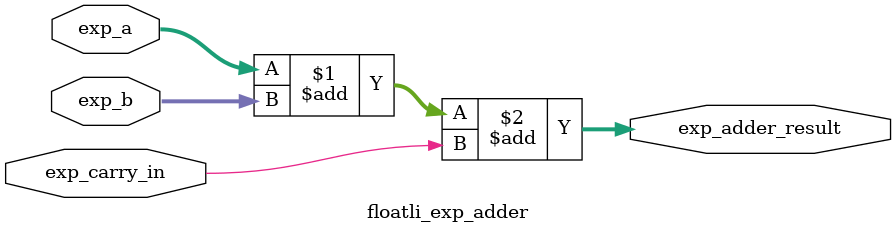
<source format=sv>


module floatli_exp_adder #(
  parameter int unsigned EXP_WIDTH = 11
) (
  input  logic [EXP_WIDTH-1:0]              exp_a,
  input  logic [EXP_WIDTH-1:0]              exp_b,
  input  logic                              exp_carry_in,

  output logic [EXP_WIDTH-1:0]              exp_adder_result       // discard carry as sum won't overflow
);

  //Mantissa adder (ab+c). In normal addition, it cannot overflow.
  assign exp_adder_result = signed'(exp_a + exp_b + exp_carry_in);

endmodule

</source>
